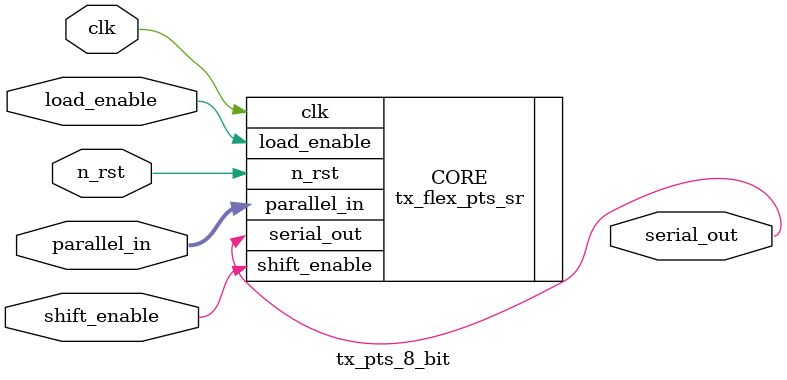
<source format=sv>

module tx_pts_8_bit
(
  input wire clk,
  input wire n_rst,
  input wire shift_enable,
  input wire load_enable,
  input wire [7:0] parallel_in,
  output reg serial_out 
);

  tx_flex_pts_sr #(
    .SHIFT_MSB(0)
  )
  CORE(
    .clk(clk),
    .n_rst(n_rst),
    .parallel_in(parallel_in),
    .shift_enable(shift_enable),
    .load_enable(load_enable),
    .serial_out(serial_out)
  );

endmodule
</source>
